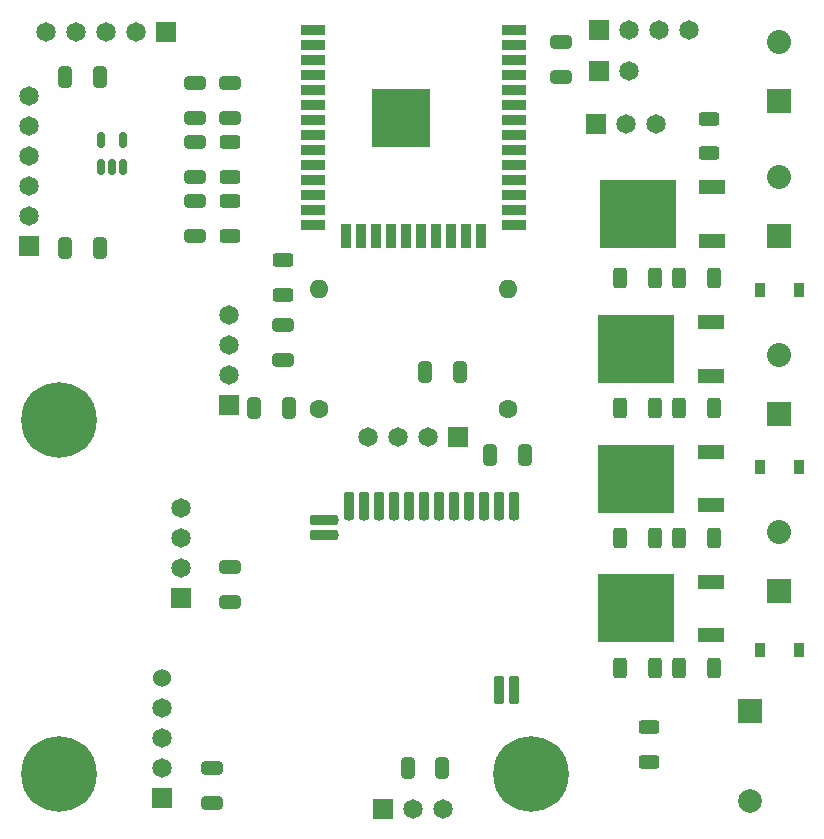
<source format=gts>
%TF.GenerationSoftware,KiCad,Pcbnew,6.0.2+dfsg-1*%
%TF.CreationDate,2022-06-19T17:26:26+02:00*%
%TF.ProjectId,PlantSensor,506c616e-7453-4656-9e73-6f722e6b6963,3*%
%TF.SameCoordinates,PX5f5e100PY623a7c0*%
%TF.FileFunction,Soldermask,Top*%
%TF.FilePolarity,Negative*%
%FSLAX46Y46*%
G04 Gerber Fmt 4.6, Leading zero omitted, Abs format (unit mm)*
G04 Created by KiCad (PCBNEW 6.0.2+dfsg-1) date 2022-06-19 17:26:26*
%MOMM*%
%LPD*%
G01*
G04 APERTURE LIST*
G04 Aperture macros list*
%AMRoundRect*
0 Rectangle with rounded corners*
0 $1 Rounding radius*
0 $2 $3 $4 $5 $6 $7 $8 $9 X,Y pos of 4 corners*
0 Add a 4 corners polygon primitive as box body*
4,1,4,$2,$3,$4,$5,$6,$7,$8,$9,$2,$3,0*
0 Add four circle primitives for the rounded corners*
1,1,$1+$1,$2,$3*
1,1,$1+$1,$4,$5*
1,1,$1+$1,$6,$7*
1,1,$1+$1,$8,$9*
0 Add four rect primitives between the rounded corners*
20,1,$1+$1,$2,$3,$4,$5,0*
20,1,$1+$1,$4,$5,$6,$7,0*
20,1,$1+$1,$6,$7,$8,$9,0*
20,1,$1+$1,$8,$9,$2,$3,0*%
G04 Aperture macros list end*
%ADD10RoundRect,0.250000X0.312500X0.625000X-0.312500X0.625000X-0.312500X-0.625000X0.312500X-0.625000X0*%
%ADD11RoundRect,0.250000X0.325000X0.650000X-0.325000X0.650000X-0.325000X-0.650000X0.325000X-0.650000X0*%
%ADD12R,1.651000X1.651000*%
%ADD13C,1.651000*%
%ADD14R,2.000000X2.000000*%
%ADD15C,2.000000*%
%ADD16RoundRect,0.250000X0.625000X-0.312500X0.625000X0.312500X-0.625000X0.312500X-0.625000X-0.312500X0*%
%ADD17R,0.900000X1.200000*%
%ADD18C,1.600000*%
%ADD19O,1.600000X1.600000*%
%ADD20RoundRect,0.250000X0.650000X-0.325000X0.650000X0.325000X-0.650000X0.325000X-0.650000X-0.325000X0*%
%ADD21R,2.032000X2.032000*%
%ADD22C,2.032000*%
%ADD23RoundRect,0.250000X-0.625000X0.312500X-0.625000X-0.312500X0.625000X-0.312500X0.625000X0.312500X0*%
%ADD24R,2.200000X1.200000*%
%ADD25R,6.400000X5.800000*%
%ADD26C,1.524000*%
%ADD27RoundRect,0.250000X-0.325000X-0.650000X0.325000X-0.650000X0.325000X0.650000X-0.325000X0.650000X0*%
%ADD28C,6.400000*%
%ADD29RoundRect,0.250000X-0.650000X0.325000X-0.650000X-0.325000X0.650000X-0.325000X0.650000X0.325000X0*%
%ADD30R,2.000000X0.900000*%
%ADD31R,0.900000X2.000000*%
%ADD32R,5.000000X5.000000*%
%ADD33RoundRect,0.150000X0.150000X-0.512500X0.150000X0.512500X-0.150000X0.512500X-0.150000X-0.512500X0*%
%ADD34RoundRect,0.225000X-0.225000X0.975000X-0.225000X-0.975000X0.225000X-0.975000X0.225000X0.975000X0*%
%ADD35C,0.800000*%
%ADD36RoundRect,0.225000X-0.975000X-0.225000X0.975000X-0.225000X0.975000X0.225000X-0.975000X0.225000X0*%
%ADD37RoundRect,0.225000X0.225000X-0.975000X0.225000X0.975000X-0.225000X0.975000X-0.225000X-0.975000X0*%
G04 APERTURE END LIST*
D10*
%TO.C,R2*%
X60462500Y47000000D03*
X57537500Y47000000D03*
%TD*%
D11*
%TO.C,C14*%
X8475000Y64000000D03*
X5525000Y64000000D03*
%TD*%
D12*
%TO.C,J6*%
X50690000Y68000000D03*
D13*
X53230000Y68000000D03*
X55770000Y68000000D03*
X58310000Y68000000D03*
%TD*%
D10*
%TO.C,R8*%
X55462500Y25000000D03*
X52537500Y25000000D03*
%TD*%
D14*
%TO.C,BZ1*%
X63500000Y10300000D03*
D15*
X63500000Y2700000D03*
%TD*%
D16*
%TO.C,R13*%
X19500000Y50537500D03*
X19500000Y53462500D03*
%TD*%
D12*
%TO.C,U1*%
X50460000Y60000000D03*
D13*
X53000000Y60000000D03*
X55540000Y60000000D03*
%TD*%
D17*
%TO.C,D3*%
X64350000Y15500000D03*
X67650000Y15500000D03*
%TD*%
%TO.C,D1*%
X64350000Y46000000D03*
X67650000Y46000000D03*
%TD*%
D18*
%TO.C,SW1*%
X27000000Y35920000D03*
D19*
X27000000Y46080000D03*
%TD*%
D20*
%TO.C,C1*%
X47500000Y64025000D03*
X47500000Y66975000D03*
%TD*%
D11*
%TO.C,C12*%
X38975000Y39000000D03*
X36025000Y39000000D03*
%TD*%
D20*
%TO.C,C9*%
X18000000Y2525000D03*
X18000000Y5475000D03*
%TD*%
D21*
%TO.C,J3*%
X65950000Y35500000D03*
D22*
X65950000Y40500000D03*
%TD*%
D20*
%TO.C,C2*%
X16515000Y60525000D03*
X16515000Y63475000D03*
%TD*%
%TO.C,C3*%
X19500000Y60525000D03*
X19500000Y63475000D03*
%TD*%
D12*
%TO.C,U6*%
X15350000Y19920000D03*
D13*
X15350000Y22460000D03*
X15350000Y25000000D03*
X15350000Y27540000D03*
%TD*%
D23*
%TO.C,R12*%
X60000000Y60462500D03*
X60000000Y57537500D03*
%TD*%
D12*
%TO.C,U5*%
X38797500Y33490000D03*
D13*
X36257500Y33490000D03*
X33717500Y33490000D03*
X31177500Y33490000D03*
%TD*%
D24*
%TO.C,Q2*%
X60200000Y38720000D03*
D25*
X53900000Y41000000D03*
D24*
X60200000Y43280000D03*
%TD*%
D10*
%TO.C,R6*%
X55462500Y47000000D03*
X52537500Y47000000D03*
%TD*%
D12*
%TO.C,U8*%
X13715000Y2920000D03*
D13*
X13715000Y5460000D03*
X13715000Y8000000D03*
X13715000Y10540000D03*
D26*
X13715000Y13080000D03*
%TD*%
D16*
%TO.C,R1*%
X55000000Y6037500D03*
X55000000Y8962500D03*
%TD*%
D27*
%TO.C,C8*%
X21525000Y36000000D03*
X24475000Y36000000D03*
%TD*%
D24*
%TO.C,Q4*%
X60200000Y16720000D03*
D25*
X53900000Y19000000D03*
D24*
X60200000Y21280000D03*
%TD*%
D28*
%TO.C,REF\u002A\u002A*%
X5000000Y5000000D03*
%TD*%
D24*
%TO.C,Q3*%
X60200000Y27720000D03*
D25*
X53900000Y30000000D03*
D24*
X60200000Y32280000D03*
%TD*%
D29*
%TO.C,C5*%
X24000000Y42975000D03*
X24000000Y40025000D03*
%TD*%
D28*
%TO.C,REF\u002A\u002A*%
X5000000Y35000000D03*
%TD*%
D10*
%TO.C,R5*%
X60462500Y14000000D03*
X57537500Y14000000D03*
%TD*%
D30*
%TO.C,U3*%
X26500000Y68005000D03*
X26500000Y66735000D03*
X26500000Y65465000D03*
X26500000Y64195000D03*
X26500000Y62925000D03*
X26500000Y61655000D03*
X26500000Y60385000D03*
X26500000Y59115000D03*
X26500000Y57845000D03*
X26500000Y56575000D03*
X26500000Y55305000D03*
X26500000Y54035000D03*
X26500000Y52765000D03*
X26500000Y51495000D03*
D31*
X29285000Y50495000D03*
X30555000Y50495000D03*
X31825000Y50495000D03*
X33095000Y50495000D03*
X34365000Y50495000D03*
X35635000Y50495000D03*
X36905000Y50495000D03*
X38175000Y50495000D03*
X39445000Y50495000D03*
X40715000Y50495000D03*
D30*
X43500000Y51495000D03*
X43500000Y52765000D03*
X43500000Y54035000D03*
X43500000Y55305000D03*
X43500000Y56575000D03*
X43500000Y57845000D03*
X43500000Y59115000D03*
X43500000Y60385000D03*
X43500000Y61655000D03*
X43500000Y62925000D03*
X43500000Y64195000D03*
X43500000Y65465000D03*
X43500000Y66735000D03*
X43500000Y68005000D03*
D32*
X34000000Y60505000D03*
%TD*%
D24*
%TO.C,Q1*%
X60300000Y50100000D03*
D25*
X54000000Y52380000D03*
D24*
X60300000Y54660000D03*
%TD*%
D18*
%TO.C,SW2*%
X43000000Y35920000D03*
D19*
X43000000Y46080000D03*
%TD*%
D20*
%TO.C,C4*%
X16500000Y55525000D03*
X16500000Y58475000D03*
%TD*%
D27*
%TO.C,C11*%
X34525000Y5500000D03*
X37475000Y5500000D03*
%TD*%
D12*
%TO.C,U11*%
X19367520Y36190000D03*
D13*
X19367520Y38730000D03*
X19367520Y41270000D03*
X19367520Y43810000D03*
%TD*%
D23*
%TO.C,R10*%
X19500000Y58462500D03*
X19500000Y55537500D03*
%TD*%
D12*
%TO.C,U7*%
X14080000Y67840000D03*
D13*
X11540000Y67840000D03*
X9000000Y67840000D03*
X6460000Y67840000D03*
X3920000Y67840000D03*
%TD*%
D21*
%TO.C,J4*%
X65950000Y20500000D03*
D22*
X65950000Y25500000D03*
%TD*%
D21*
%TO.C,J2*%
X65950000Y50500000D03*
D22*
X65950000Y55500000D03*
%TD*%
D27*
%TO.C,C10*%
X5525000Y49500000D03*
X8475000Y49500000D03*
%TD*%
%TO.C,C7*%
X41525000Y32000000D03*
X44475000Y32000000D03*
%TD*%
D12*
%TO.C,U10*%
X32460000Y2000000D03*
D13*
X35000000Y2000000D03*
X37540000Y2000000D03*
%TD*%
D12*
%TO.C,U9*%
X2500000Y49650000D03*
D13*
X2500000Y52190000D03*
X2500000Y54730000D03*
X2500000Y57270000D03*
X2500000Y59810000D03*
X2500000Y62350000D03*
%TD*%
D28*
%TO.C,REF\u002A\u002A*%
X45000000Y5000000D03*
%TD*%
D33*
%TO.C,U2*%
X8550000Y56362500D03*
X9500000Y56362500D03*
X10450000Y56362500D03*
X10450000Y58637500D03*
X8550000Y58637500D03*
%TD*%
D21*
%TO.C,J1*%
X65950000Y62000000D03*
D22*
X65950000Y67000000D03*
%TD*%
D20*
%TO.C,C6*%
X16500000Y50525000D03*
X16500000Y53475000D03*
%TD*%
%TO.C,C13*%
X19500000Y19525000D03*
X19500000Y22475000D03*
%TD*%
D23*
%TO.C,R11*%
X24000000Y48462500D03*
X24000000Y45537500D03*
%TD*%
D17*
%TO.C,D2*%
X64350000Y31000000D03*
X67650000Y31000000D03*
%TD*%
D10*
%TO.C,R3*%
X60462500Y36000000D03*
X57537500Y36000000D03*
%TD*%
%TO.C,R7*%
X55462500Y36000000D03*
X52537500Y36000000D03*
%TD*%
%TO.C,R9*%
X55462500Y14000000D03*
X52537500Y14000000D03*
%TD*%
D34*
%TO.C,U4*%
X43490000Y27651000D03*
D35*
X43490000Y26851000D03*
D34*
X42220000Y27651000D03*
D35*
X42220000Y26851000D03*
X40950000Y26851000D03*
D34*
X40950000Y27651000D03*
X39680000Y27651000D03*
D35*
X39680000Y26851000D03*
D34*
X38410000Y27651000D03*
D35*
X38410000Y26851000D03*
D34*
X37140000Y27651000D03*
D35*
X37140000Y26851000D03*
D34*
X35870000Y27651000D03*
D35*
X35870000Y26851000D03*
X34600000Y26851000D03*
D34*
X34600000Y27651000D03*
D35*
X33330000Y26851000D03*
D34*
X33330000Y27651000D03*
D35*
X32060000Y26851000D03*
D34*
X32060000Y27651000D03*
D35*
X30790000Y26851000D03*
D34*
X30790000Y27651000D03*
X29520000Y27651000D03*
D35*
X29520000Y26851000D03*
X28261000Y26481000D03*
D36*
X27461000Y26481000D03*
D35*
X28261000Y25211000D03*
D36*
X27461000Y25211000D03*
D35*
X42220000Y12881000D03*
D37*
X42220000Y12103000D03*
D35*
X43490000Y12881000D03*
D37*
X43490000Y12103000D03*
%TD*%
D10*
%TO.C,R4*%
X60462500Y25000000D03*
X57537500Y25000000D03*
%TD*%
D12*
%TO.C,J5*%
X50730000Y64500000D03*
D13*
X53270000Y64500000D03*
%TD*%
M02*

</source>
